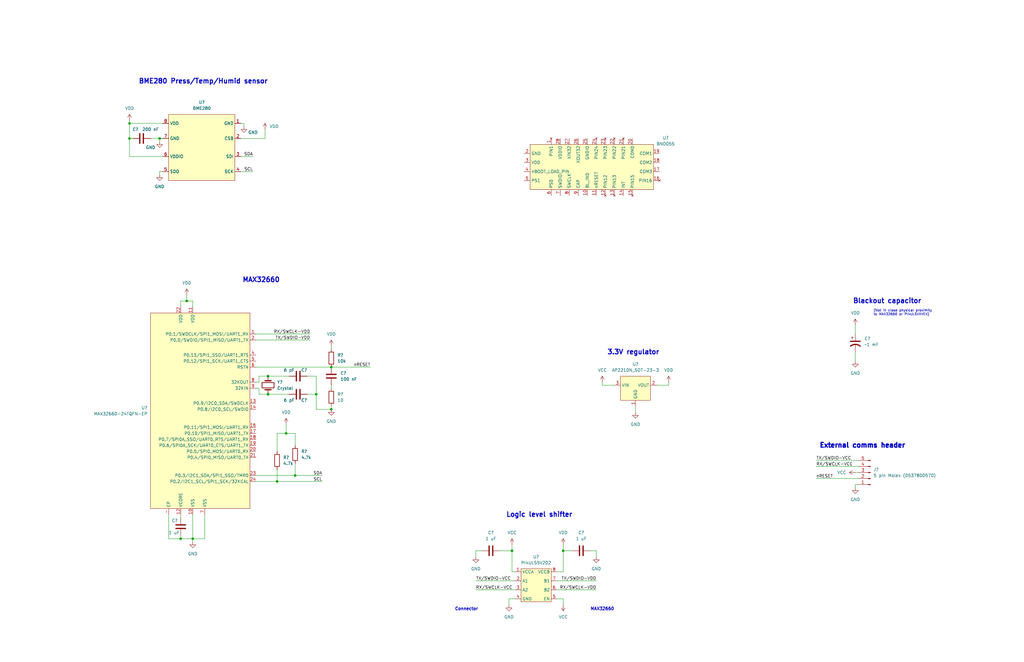
<source format=kicad_sch>
(kicad_sch (version 20211123) (generator eeschema)
  (paper "B")
  (title_block (title "Universal Kinematics Data Aquisition Board") (date "2022-12-03") (rev "1") (company "Lilypad Aerospace") (comment 1 "Public release: No") (comment 2 "Production:") (comment 3 "Approved by: ") (comment 4 "Engineer: Joseph Hayes"))
  (lib_symbols
    (symbol "Connector:Conn_01x05_Male" (pin_names (offset 1.016) hide)
      (property "Reference" "J" (at 0 7.62 0))
      (property "Value" "Conn_01x05_Male" (at 0 -7.62 0))
      (symbol "Conn_01x05_Male_1_1"
        (polyline (pts (xy 1.27 -5.08) (xy 0.8636 -5.08)) (stroke (width 0.1524)))
        (polyline (pts (xy 1.27 -2.54) (xy 0.8636 -2.54)) (stroke (width 0.1524)))
        (polyline (pts (xy 1.27 0) (xy 0.8636 0)) (stroke (width 0.1524)))
        (polyline (pts (xy 1.27 2.54) (xy 0.8636 2.54)) (stroke (width 0.1524)))
        (polyline (pts (xy 1.27 5.08) (xy 0.8636 5.08)) (stroke (width 0.1524)))
        (rectangle (start 0.8636 -4.953) (end 0 -5.207) (stroke (width 0.1524)) (fill (type outline)))
        (rectangle (start 0.8636 -2.413) (end 0 -2.667) (stroke (width 0.1524)) (fill (type outline)))
        (rectangle (start 0.8636 0.127) (end 0 -0.127) (stroke (width 0.1524)) (fill (type outline)))
        (rectangle (start 0.8636 2.667) (end 0 2.413) (stroke (width 0.1524)) (fill (type outline)))
        (rectangle (start 0.8636 5.207) (end 0 4.953) (stroke (width 0.1524)) (fill (type outline)))
        (pin passive line (at 5.08 5.08 180) (length 3.81) (name "Pin_1") (number "1"))
        (pin passive line (at 5.08 2.54 180) (length 3.81) (name "Pin_2") (number "2"))
        (pin passive line (at 5.08 0 180) (length 3.81) (name "Pin_3") (number "3"))
        (pin passive line (at 5.08 -2.54 180) (length 3.81) (name "Pin_4") (number "4"))
        (pin passive line (at 5.08 -5.08 180) (length 3.81) (name "Pin_5") (number "5"))
      )
    )
    (symbol "Device:C" (pin_numbers hide) (pin_names (offset 0.254))
      (property "Reference" "C" (at 0.635 2.54 0))
      (property "Value" "C" (at 0.635 -2.54 0))
      (symbol "C_0_1"
        (polyline (pts (xy -2.032 -0.762) (xy 2.032 -0.762)) (stroke (width 0.508)))
        (polyline (pts (xy -2.032 0.762) (xy 2.032 0.762)) (stroke (width 0.508)))
      )
      (symbol "C_1_1"
        (pin passive line (at 0 3.81 270) (length 2.794) (name "~") (number "1"))
        (pin passive line (at 0 -3.81 90) (length 2.794) (name "~") (number "2"))
      )
    )
    (symbol "Device:C_Polarized_US" (pin_numbers hide) (pin_names (offset 0.254) hide)
      (property "Reference" "C" (at 0.635 2.54 0))
      (property "Value" "C_Polarized_US" (at 0.635 -2.54 0))
      (symbol "C_Polarized_US_0_1"
        (polyline (pts (xy -2.032 0.762) (xy 2.032 0.762)) (stroke (width 0.508)))
        (polyline (pts (xy -1.778 2.286) (xy -0.762 2.286)))
        (polyline (pts (xy -1.27 1.778) (xy -1.27 2.794)))
        (arc (start 2.032 -1.27) (mid 0 -0.5572) (end -2.032 -1.27) (stroke (width 0.508)))
      )
      (symbol "C_Polarized_US_1_1"
        (pin passive line (at 0 3.81 270) (length 2.794) (name "~") (number "1"))
        (pin passive line (at 0 -3.81 90) (length 3.302) (name "~") (number "2"))
      )
    )
    (symbol "Device:Crystal" (pin_numbers hide) (pin_names (offset 1.016) hide)
      (property "Reference" "Y" (at 0 3.81 0))
      (property "Value" "Crystal" (at 0 -3.81 0))
      (symbol "Crystal_0_1"
        (rectangle (start -1.143 2.54) (end 1.143 -2.54) (stroke (width 0.3048)))
        (polyline (pts (xy -2.54 0) (xy -1.905 0)))
        (polyline (pts (xy -1.905 -1.27) (xy -1.905 1.27)) (stroke (width 0.508)))
        (polyline (pts (xy 1.905 -1.27) (xy 1.905 1.27)) (stroke (width 0.508)))
        (polyline (pts (xy 2.54 0) (xy 1.905 0)))
      )
      (symbol "Crystal_1_1"
        (pin passive line (at -3.81 0 0) (length 1.27) (name "1") (number "1"))
        (pin passive line (at 3.81 0 180) (length 1.27) (name "2") (number "2"))
      )
    )
    (symbol "Device:R" (pin_numbers hide) (pin_names (offset 0))
      (property "Reference" "R" (at 2.032 0 90))
      (property "Value" "R" (at 0 0 90))
      (symbol "R_0_1"
        (rectangle (start -1.016 -2.54) (end 1.016 2.54) (stroke (width 0.254)))
      )
      (symbol "R_1_1"
        (pin passive line (at 0 3.81 270) (length 1.27) (name "~") (number "1"))
        (pin passive line (at 0 -3.81 90) (length 1.27) (name "~") (number "2"))
      )
    )
    (symbol "Joseph:AP2210N_SOT-23-3"
      (property "Reference" "U" (at 6.35 -6.35 0))
      (property "Value" "AP2210N_SOT-23-3" (at 0 6.35 0))
      (symbol "AP2210N_SOT-23-3_0_0"
        (pin unspecified line (at 0 -7.62 90) (length 2.54) (name "GND") (number "1"))
        (pin unspecified line (at 8.89 1.27 180) (length 2.54) (name "VOUT") (number "2"))
        (pin unspecified line (at -8.89 1.27 0) (length 2.54) (name "VIN") (number "3"))
      )
      (symbol "AP2210N_SOT-23-3_0_1"
        (rectangle (start -6.35 5.08) (end 6.35 -5.08) (fill (type background)))
      )
    )
    (symbol "Joseph:BME280"
      (property "Reference" "U" (at 11.43 -16.51 0))
      (property "Value" "BME280" (at -8.89 16.51 0))
      (symbol "BME280_0_0"
        (pin power_in line (at 16.51 10.16 180) (length 2.54) (name "GND") (number "1"))
        (pin input line (at 16.51 3.81 180) (length 2.54) (name "CSB") (number "2"))
        (pin input line (at 16.51 -3.81 180) (length 2.54) (name "SDI") (number "3"))
        (pin input line (at 16.51 -10.16 180) (length 2.54) (name "SCK") (number "4"))
        (pin output line (at -16.51 -10.16 0) (length 2.54) (name "SDO") (number "5"))
        (pin power_in line (at -16.51 -3.81 0) (length 2.54) (name "VDDIO") (number "6"))
        (pin power_in line (at -16.51 3.81 0) (length 2.54) (name "GND") (number "7"))
        (pin power_in line (at -16.51 10.16 0) (length 2.54) (name "VDD") (number "8"))
      )
      (symbol "BME280_0_1"
        (rectangle (start -13.97 13.97) (end 13.97 -13.97) (fill (type background)))
      )
    )
    (symbol "Joseph:BNO055"
      (property "Reference" "U" (at 25.4 -12.7 0))
      (property "Value" "BNO055" (at -25.4 11.43 0))
      (symbol "BNO055_0_0"
        (pin no_connect line (at -16.51 11.43 270) (length 2.54) (name "PIN1") (number "1"))
        (pin output line (at -1.27 -12.7 90) (length 2.54) (name "BL_IND") (number "10"))
        (pin free line (at 2.54 -12.7 90) (length 2.54) (name "nRESET") (number "11"))
        (pin no_connect line (at 6.35 -12.7 90) (length 2.54) (name "PIN12") (number "12"))
        (pin no_connect line (at 10.16 -12.7 90) (length 2.54) (name "PIN13") (number "13"))
        (pin output line (at 13.97 -12.7 90) (length 2.54) (name "INT") (number "14"))
        (pin no_connect line (at 17.78 -12.7 90) (length 2.54) (name "PIN15") (number "15"))
        (pin no_connect line (at 29.21 -6.35 180) (length 2.54) (name "PIN16") (number "16"))
        (pin input line (at 29.21 -2.54 180) (length 2.54) (name "COM3") (number "17"))
        (pin bidirectional line (at 29.21 1.27 180) (length 2.54) (name "COM2") (number "18"))
        (pin bidirectional line (at 29.21 5.08 180) (length 2.54) (name "COM1") (number "19"))
        (pin power_in line (at -27.94 5.08 0) (length 2.54) (name "GND") (number "2"))
        (pin bidirectional line (at 17.78 11.43 270) (length 2.54) (name "COM0") (number "20"))
        (pin no_connect line (at 13.97 11.43 270) (length 2.54) (name "PIN21") (number "21"))
        (pin no_connect line (at 10.16 11.43 270) (length 2.54) (name "PIN22") (number "22"))
        (pin no_connect line (at 6.35 11.43 270) (length 2.54) (name "PIN23") (number "23"))
        (pin no_connect line (at 2.54 11.43 270) (length 2.54) (name "PIN24") (number "24"))
        (pin power_in line (at -1.27 11.43 270) (length 2.54) (name "GNDIO") (number "25"))
        (pin output line (at -5.08 11.43 270) (length 2.54) (name "XOUT32") (number "26"))
        (pin input line (at -8.89 11.43 270) (length 2.54) (name "XIN32") (number "27"))
        (pin power_in line (at -12.7 11.43 270) (length 2.54) (name "VDDIO") (number "28"))
        (pin power_in line (at -27.94 1.27 0) (length 2.54) (name "VDD") (number "3"))
        (pin input line (at -27.94 -2.54 0) (length 2.54) (name "nBOOT_LOAD_PIN") (number "4"))
        (pin input line (at -27.94 -6.35 0) (length 2.54) (name "PS1") (number "5"))
        (pin input line (at -16.51 -12.7 90) (length 2.54) (name "PS0") (number "6"))
        (pin bidirectional line (at -12.7 -12.7 90) (length 2.54) (name "SWDIO") (number "7"))
        (pin input line (at -8.89 -12.7 90) (length 2.54) (name "SWCLK") (number "8"))
        (pin free line (at -5.08 -12.7 90) (length 2.54) (name "CAP") (number "9"))
      )
      (symbol "BNO055_0_1"
        (rectangle (start -25.4 8.89) (end 26.67 -10.16) (fill (type background)))
      )
    )
    (symbol "Joseph:MAX32660-24TQFN-EP"
      (property "Reference" "U" (at 15.24 -49.53 0))
      (property "Value" "MAX32660-24TQFN-EP" (at 16.51 -46.99 0))
      (symbol "MAX32660-24TQFN-EP_0_0"
        (pin unspecified line (at -15.24 -46.99 90) (length 2.54) (name "EP") (number "-"))
        (pin unspecified line (at 21.59 29.21 180) (length 2.54) (name "P0.1/SWDCLK/SPI1_MOSI/UART1_RX") (number "1"))
        (pin power_in line (at -5.08 -46.99 90) (length 2.54) (name "VSS") (number "10"))
        (pin power_in line (at -5.08 40.64 270) (length 2.54) (name "VDD") (number "11"))
        (pin power_in line (at -10.16 -46.99 90) (length 2.54) (name "VCORE") (number "12"))
        (pin unspecified line (at 21.59 0 180) (length 2.54) (name "P0.9/I2C0_SDA/SWDCLK") (number "13"))
        (pin unspecified line (at 21.59 -2.54 180) (length 2.54) (name "P0.8/I2C0_SCL/SWDIO") (number "14"))
        (pin unspecified line (at 21.59 -10.16 180) (length 2.54) (name "P0.11/SPI1_MOSI/UART1_RX") (number "16"))
        (pin unspecified line (at 21.59 -12.7 180) (length 2.54) (name "P0.10/SPI1_MISO/UART1_TX") (number "17"))
        (pin unspecified line (at 21.59 -15.24 180) (length 2.54) (name "P0.7/SPI0A_SSO/UART0_RTS/UART1_RX") (number "18"))
        (pin unspecified line (at 21.59 -17.78 180) (length 2.54) (name "P0.6/SPI0A_SCK/UART0_CTS/UART1_TX") (number "19"))
        (pin unspecified line (at 21.59 26.67 180) (length 2.54) (name "P0.0/SWDIO/SPI1_MISO/UART1_TX") (number "2"))
        (pin unspecified line (at 21.59 -20.32 180) (length 2.54) (name "P0.5/SPI0_MOSI/UART0_RX") (number "20"))
        (pin unspecified line (at 21.59 -22.86 180) (length 2.54) (name "P0.4/SPI0_MISO/UART0_TX") (number "21"))
        (pin power_in line (at -10.16 40.64 270) (length 2.54) (name "VDD") (number "22"))
        (pin unspecified line (at 21.59 -30.48 180) (length 2.54) (name "P0.3/I2C1_SDA/SPI1_SSO/TMR0") (number "23"))
        (pin unspecified line (at 21.59 -33.02 180) (length 2.54) (name "P0.2/I2C1_SCL/SPI1_SCK/32KCAL") (number "24"))
        (pin unspecified line (at 21.59 20.32 180) (length 2.54) (name "P0.13/SPI1_SSO/UART1_RTS") (number "4"))
        (pin unspecified line (at 21.59 17.78 180) (length 2.54) (name "P0.12/SPI1_SCK/UART1_CTS") (number "5"))
        (pin unspecified line (at 21.59 15.24 180) (length 2.54) (name "RSTN") (number "6"))
        (pin power_in line (at 0 -46.99 90) (length 2.54) (name "VSS") (number "7"))
        (pin unspecified line (at 21.59 8.89 180) (length 2.54) (name "32KOUT") (number "8"))
        (pin unspecified line (at 21.59 6.35 180) (length 2.54) (name "32KIN") (number "9"))
      )
      (symbol "MAX32660-24TQFN-EP_0_1"
        (rectangle (start -22.86 38.1) (end 19.05 -44.45) (fill (type background)))
      )
    )
    (symbol "Joseph:PI4ULS5V202"
      (property "Reference" "U" (at 0 -8.89 0))
      (property "Value" "PI4ULS5V202" (at 0 8.89 0))
      (symbol "PI4ULS5V202_0_0"
        (pin unspecified line (at -8.89 6.35 0) (length 2.54) (name "VCCA") (number "1"))
        (pin unspecified line (at -8.89 2.54 0) (length 2.54) (name "A1") (number "2"))
        (pin unspecified line (at -8.89 -1.27 0) (length 2.54) (name "A2") (number "3"))
        (pin unspecified line (at -8.89 -5.08 0) (length 2.54) (name "GND") (number "4"))
        (pin unspecified line (at 8.89 -5.08 180) (length 2.54) (name "EN") (number "5"))
        (pin unspecified line (at 8.89 -1.27 180) (length 2.54) (name "B2") (number "6"))
        (pin unspecified line (at 8.89 2.54 180) (length 2.54) (name "B1") (number "7"))
        (pin unspecified line (at 8.89 6.35 180) (length 2.54) (name "VCCB") (number "8"))
      )
      (symbol "PI4ULS5V202_0_1"
        (rectangle (start -6.35 7.62) (end 6.35 -6.35) (fill (type background)))
      )
    )
    (symbol "power:GND" (power) (pin_names (offset 0))
      (property "Value" "GND" (at 0 -3.81 0))
      (symbol "GND_0_1"
        (polyline (pts (xy 0 0) (xy 0 -1.27) (xy 1.27 -1.27) (xy 0 -2.54) (xy -1.27 -1.27) (xy 0 -1.27)))
      )
      (symbol "GND_1_1"
        (pin power_in line (at 0 0 270) (length 0) hide (name "GND") (number "1"))
      )
    )
    (symbol "power:VCC" (power) (pin_names (offset 0))
      (property "Value" "VCC" (at 0 3.81 0))
      (symbol "VCC_0_1"
        (polyline (pts (xy -0.762 1.27) (xy 0 2.54)))
        (polyline (pts (xy 0 0) (xy 0 2.54)))
        (polyline (pts (xy 0 2.54) (xy 0.762 1.27)))
      )
      (symbol "VCC_1_1"
        (pin power_in line (at 0 0 90) (length 0) hide (name "VCC") (number "1"))
      )
    )
    (symbol "power:VDD" (power) (pin_names (offset 0))
      (property "Value" "VDD" (at 0 3.81 0))
      (symbol "VDD_0_1"
        (polyline (pts (xy -0.762 1.27) (xy 0 2.54)))
        (polyline (pts (xy 0 0) (xy 0 2.54)))
        (polyline (pts (xy 0 2.54) (xy 0.762 1.27)))
      )
      (symbol "VDD_1_1"
        (pin power_in line (at 0 0 90) (length 0) hide (name "VDD") (number "1"))
      )
    )
  )
  (junction (at 54.61 58.42))
  (junction (at 120.65 182.88))
  (junction (at 116.84 203.2))
  (junction (at 124.46 200.66))
  (junction (at 113.03 166.37))
  (junction (at 113.03 158.75))
  (junction (at 215.9 232.41))
  (junction (at 76.2 227.33))
  (junction (at 139.7 154.94))
  (junction (at 133.35 166.37))
  (junction (at 81.28 227.33))
  (junction (at 67.31 58.42))
  (junction (at 237.49 232.41))
  (junction (at 54.61 52.07))
  (junction (at 139.7 172.72))
  (junction (at 78.74 127))
  (wire (pts (xy 86.36 227.33) (xy 81.28 227.33)))
  (wire (pts (xy 124.46 195.58) (xy 124.46 200.66)))
  (wire (pts (xy 234.95 241.3) (xy 237.49 241.3)))
  (wire (pts (xy 78.74 127) (xy 78.74 124.46)))
  (wire (pts (xy 276.86 162.56) (xy 281.94 162.56)))
  (wire (pts (xy 344.17 194.31) (xy 361.95 194.31)))
  (wire (pts (xy 67.31 72.39) (xy 67.31 73.66)))
  (wire (pts (xy 101.6 72.39) (xy 106.68 72.39)))
  (wire (pts (xy 71.12 217.17) (xy 71.12 227.33)))
  (wire (pts (xy 360.68 137.16) (xy 360.68 140.97)))
  (wire (pts (xy 360.68 148.59) (xy 360.68 152.4)))
  (wire (pts (xy 248.92 232.41) (xy 251.46 232.41)))
  (wire (pts (xy 81.28 217.17) (xy 81.28 227.33)))
  (wire (pts (xy 133.35 158.75) (xy 133.35 166.37)))
  (wire (pts (xy 129.54 158.75) (xy 133.35 158.75)))
  (wire (pts (xy 139.7 146.05) (xy 139.7 147.32)))
  (wire (pts (xy 234.95 245.11) (xy 251.46 245.11)))
  (wire (pts (xy 102.87 52.07) (xy 102.87 53.34)))
  (wire (pts (xy 111.76 58.42) (xy 111.76 54.61)))
  (wire (pts (xy 81.28 127) (xy 78.74 127)))
  (wire (pts (xy 54.61 52.07) (xy 54.61 50.8)))
  (wire (pts (xy 120.65 182.88) (xy 124.46 182.88)))
  (wire (pts (xy 101.6 52.07) (xy 102.87 52.07)))
  (wire (pts (xy 361.95 204.47) (xy 360.68 204.47)))
  (wire (pts (xy 109.22 163.83) (xy 109.22 166.37)))
  (wire (pts (xy 109.22 166.37) (xy 113.03 166.37)))
  (wire (pts (xy 63.5 58.42) (xy 67.31 58.42)))
  (wire (pts (xy 237.49 229.87) (xy 237.49 232.41)))
  (wire (pts (xy 76.2 127) (xy 78.74 127)))
  (wire (pts (xy 344.17 201.93) (xy 361.95 201.93)))
  (wire (pts (xy 76.2 217.17) (xy 76.2 218.44)))
  (wire (pts (xy 109.22 158.75) (xy 113.03 158.75)))
  (wire (pts (xy 116.84 198.12) (xy 116.84 203.2)))
  (wire (pts (xy 71.12 227.33) (xy 76.2 227.33)))
  (wire (pts (xy 101.6 66.04) (xy 106.68 66.04)))
  (wire (pts (xy 86.36 217.17) (xy 86.36 227.33)))
  (wire (pts (xy 107.95 140.97) (xy 130.81 140.97)))
  (wire (pts (xy 234.95 252.73) (xy 237.49 252.73)))
  (wire (pts (xy 139.7 154.94) (xy 156.21 154.94)))
  (wire (pts (xy 214.63 252.73) (xy 214.63 255.27)))
  (wire (pts (xy 344.17 196.85) (xy 361.95 196.85)))
  (wire (pts (xy 360.68 204.47) (xy 360.68 205.74)))
  (wire (pts (xy 68.58 58.42) (xy 67.31 58.42)))
  (wire (pts (xy 76.2 129.54) (xy 76.2 127)))
  (wire (pts (xy 133.35 166.37) (xy 129.54 166.37)))
  (wire (pts (xy 133.35 172.72) (xy 139.7 172.72)))
  (wire (pts (xy 254 162.56) (xy 254 161.29)))
  (wire (pts (xy 259.08 162.56) (xy 254 162.56)))
  (wire (pts (xy 55.88 58.42) (xy 54.61 58.42)))
  (wire (pts (xy 109.22 161.29) (xy 109.22 158.75)))
  (wire (pts (xy 237.49 232.41) (xy 237.49 241.3)))
  (wire (pts (xy 124.46 200.66) (xy 135.89 200.66)))
  (wire (pts (xy 217.17 241.3) (xy 215.9 241.3)))
  (wire (pts (xy 360.68 199.39) (xy 361.95 199.39)))
  (wire (pts (xy 54.61 66.04) (xy 54.61 58.42)))
  (wire (pts (xy 67.31 58.42) (xy 67.31 59.69)))
  (wire (pts (xy 54.61 52.07) (xy 68.58 52.07)))
  (wire (pts (xy 54.61 58.42) (xy 54.61 52.07)))
  (wire (pts (xy 200.66 232.41) (xy 200.66 234.95)))
  (wire (pts (xy 215.9 232.41) (xy 215.9 229.87)))
  (wire (pts (xy 215.9 241.3) (xy 215.9 232.41)))
  (wire (pts (xy 81.28 227.33) (xy 81.28 228.6)))
  (wire (pts (xy 107.95 163.83) (xy 109.22 163.83)))
  (wire (pts (xy 281.94 162.56) (xy 281.94 161.29)))
  (wire (pts (xy 217.17 252.73) (xy 214.63 252.73)))
  (wire (pts (xy 107.95 200.66) (xy 124.46 200.66)))
  (wire (pts (xy 124.46 182.88) (xy 124.46 187.96)))
  (wire (pts (xy 107.95 203.2) (xy 116.84 203.2)))
  (wire (pts (xy 120.65 179.07) (xy 120.65 182.88)))
  (wire (pts (xy 116.84 190.5) (xy 116.84 182.88)))
  (wire (pts (xy 76.2 226.06) (xy 76.2 227.33)))
  (wire (pts (xy 107.95 143.51) (xy 130.81 143.51)))
  (wire (pts (xy 113.03 158.75) (xy 121.92 158.75)))
  (wire (pts (xy 116.84 203.2) (xy 135.89 203.2)))
  (wire (pts (xy 68.58 72.39) (xy 67.31 72.39)))
  (wire (pts (xy 113.03 166.37) (xy 121.92 166.37)))
  (wire (pts (xy 107.95 154.94) (xy 139.7 154.94)))
  (wire (pts (xy 101.6 58.42) (xy 111.76 58.42)))
  (wire (pts (xy 133.35 166.37) (xy 133.35 172.72)))
  (wire (pts (xy 76.2 227.33) (xy 81.28 227.33)))
  (wire (pts (xy 267.97 171.45) (xy 267.97 173.99)))
  (wire (pts (xy 81.28 129.54) (xy 81.28 127)))
  (wire (pts (xy 139.7 171.45) (xy 139.7 172.72)))
  (wire (pts (xy 251.46 232.41) (xy 251.46 234.95)))
  (wire (pts (xy 237.49 252.73) (xy 237.49 255.27)))
  (wire (pts (xy 237.49 232.41) (xy 241.3 232.41)))
  (wire (pts (xy 116.84 182.88) (xy 120.65 182.88)))
  (wire (pts (xy 139.7 162.56) (xy 139.7 163.83)))
  (wire (pts (xy 203.2 232.41) (xy 200.66 232.41)))
  (wire (pts (xy 107.95 161.29) (xy 109.22 161.29)))
  (wire (pts (xy 210.82 232.41) (xy 215.9 232.41)))
  (wire (pts (xy 234.95 248.92) (xy 251.46 248.92)))
  (wire (pts (xy 200.66 248.92) (xy 217.17 248.92)))
  (wire (pts (xy 200.66 245.11) (xy 217.17 245.11)))
  (wire (pts (xy 68.58 66.04) (xy 54.61 66.04)))
  (text "(Not in close physical proximity \nto MAX32660 or PI4ULSVXVEX)" (at 368.3 133.35 0) (effects (font (size 1 1)) (justify left bottom)))
  (text "MAX32660" (at 248.92 257.81 0) (effects (font (size 1.27 1.27) bold) (justify left bottom)))
  (text "Connector" (at 191.77 257.81 0) (effects (font (size 1.27 1.27) bold) (justify left bottom)))
  (text "BME280 Press/Temp/Humid sensor" (at 113.03 35.56 180) (effects (font (size 2 2) bold) (justify right bottom)))
  (text "External comms header" (at 345.44 189.23 0) (effects (font (size 2 2) (thickness 0.8) bold) (justify left bottom)))
  (text "MAX32660" (at 118.11 119.38 180) (effects (font (size 2 2) (thickness 0.4) bold) (justify right bottom)))
  (text "Logic level shifter" (at 213.36 218.44 0) (effects (font (size 2 2) (thickness 0.4) bold) (justify left bottom)))
  (text "3.3V regulator" (at 278.13 149.86 180) (effects (font (size 2 2) bold) (justify right bottom)))
  (text "Blackout capacitor" (at 388.62 128.27 180) (effects (font (size 2 2) bold) (justify right bottom)))
  (label "nRESET" (at 344.17 201.93 0))
  (label "SDA" (at 106.68 66.04 180))
  (label "RX{slash}SWCLK-VCC" (at 200.66 248.92 0))
  (label "SDA" (at 135.89 200.66 180))
  (label "RX{slash}SWCLK-VCC" (at 344.17 196.85 0))
  (label "SCL" (at 135.89 203.2 180))
  (label "SCL" (at 106.68 72.39 180))
  (label "nRESET" (at 156.21 154.94 180))
  (label "TX{slash}SWDIO-VCC" (at 344.17 194.31 0))
  (label "TX{slash}SWDIO-VDD" (at 251.46 245.11 180))
  (label "TX{slash}SWDIO-VCC" (at 200.66 245.11 0))
  (label "RX{slash}SWCLK-VDD" (at 130.81 140.97 180))
  (label "RX{slash}SWCLK-VDD" (at 251.46 248.92 180))
  (label "TX{slash}SWDIO-VDD" (at 130.81 143.51 180))
  (symbol (lib_id "Device:C") (at 76.2 222.25 0) (unit 1)
    (property "Reference" "C?" (at 72.39 219.71 0) (effects (justify left)))
    (property "Value" "1 uF" (at 71.12 224.79 0) (effects (justify left)))
  )
  (symbol (lib_id "power:GND") (at 360.68 205.74 0) (unit 1)
    (property "Reference" "#PWR?" (effects hide))
    (property "Value" "GND" (at 360.68 210.82 0))
  )
  (symbol (lib_id "power:GND") (at 81.28 228.6 0) (unit 1)
    (property "Reference" "#PWR?" (effects hide))
    (property "Value" "GND" (at 81.28 233.68 0))
  )
  (symbol (lib_id "power:VDD") (at 360.68 137.16 0) (unit 1)
    (property "Reference" "#PWR?" (effects hide))
    (property "Value" "VDD" (at 360.68 132.08 0))
  )
  (symbol (lib_id "Joseph:AP2210N_SOT-23-3") (at 267.97 163.83 0) (unit 1)
    (property "Reference" "U?" (at 267.97 153.67 0))
    (property "Value" "AP2210N_SOT-23-3" (at 267.97 156.21 0))
  )
  (symbol (lib_id "Connector:Conn_01x05_Male") (at 367.03 199.39 180) (unit 1)
    (property "Reference" "J?" (at 368.3 198.1199 0) (effects (justify right)))
    (property "Value" "5 pin Molex (0537800570)" (at 368.3 200.6599 0) (effects (justify right)))
  )
  (symbol (lib_id "Device:C") (at 125.73 166.37 90) (unit 1)
    (property "Reference" "C?" (at 128.27 168.91 90))
    (property "Value" "6 pF" (at 121.92 168.91 90))
  )
  (symbol (lib_id "power:GND") (at 102.87 53.34 0) (unit 1)
    (property "Reference" "#PWR?" (effects hide))
    (property "Value" "GND" (at 106.68 55.88 0))
  )
  (symbol (lib_id "power:VDD") (at 237.49 229.87 0) (unit 1)
    (property "Reference" "#PWR?" (effects hide))
    (property "Value" "VDD" (at 237.49 224.79 0))
  )
  (symbol (lib_id "Device:C") (at 245.11 232.41 90) (unit 1)
    (property "Reference" "C?" (at 245.11 224.79 90))
    (property "Value" "1 uF" (at 245.11 227.33 90))
  )
  (symbol (lib_id "power:GND") (at 139.7 172.72 0) (unit 1)
    (property "Reference" "#PWR?" (effects hide))
    (property "Value" "GND" (at 139.7 177.8 0))
  )
  (symbol (lib_id "Joseph:BNO055") (at 248.92 69.85 0) (unit 1)
    (property "Reference" "U?" (at 280.67 58.1912 0))
    (property "Value" "BNO055" (at 280.67 60.7312 0))
  )
  (symbol (lib_id "power:VCC") (at 237.49 255.27 180) (unit 1)
    (property "Reference" "#PWR?" (effects hide))
    (property "Value" "VCC" (at 237.49 260.35 0))
  )
  (symbol (lib_id "Device:C") (at 125.73 158.75 90) (unit 1)
    (property "Reference" "C?" (at 128.27 156.21 90))
    (property "Value" "6 pF" (at 121.92 156.21 90))
  )
  (symbol (lib_id "power:GND") (at 214.63 255.27 0) (unit 1)
    (property "Reference" "#PWR?" (effects hide))
    (property "Value" "GND" (at 214.63 260.35 0))
  )
  (symbol (lib_id "power:VDD") (at 54.61 50.8 0) (unit 1)
    (property "Reference" "#PWR?" (effects hide))
    (property "Value" "VDD" (at 54.61 45.72 0))
  )
  (symbol (lib_id "Joseph:MAX32660-24TQFN-EP") (at 86.36 170.18 0) (unit 1)
    (property "Reference" "U?" (at 62.23 172.0849 0) (effects (justify right)))
    (property "Value" "MAX32660-24TQFN-EP" (at 62.23 174.6249 0) (effects (justify right)))
  )
  (symbol (lib_id "Device:R") (at 139.7 151.13 0) (unit 1)
    (property "Reference" "R?" (at 142.24 149.8599 0) (effects (justify left)))
    (property "Value" "10k" (at 142.24 152.3999 0) (effects (justify left)))
  )
  (symbol (lib_id "Device:R") (at 139.7 167.64 0) (unit 1)
    (property "Reference" "R?" (at 142.24 166.3699 0) (effects (justify left)))
    (property "Value" "10" (at 142.24 168.9099 0) (effects (justify left)))
  )
  (symbol (lib_id "power:GND") (at 67.31 73.66 0) (unit 1)
    (property "Reference" "#PWR?" (effects hide))
    (property "Value" "GND" (at 67.31 78.74 0))
  )
  (symbol (lib_id "Joseph:PI4ULS5V202") (at 226.06 247.65 0) (unit 1)
    (property "Reference" "U?" (at 226.06 234.95 0))
    (property "Value" "PI4ULS5V202" (at 226.06 237.49 0))
  )
  (symbol (lib_id "Device:C") (at 207.01 232.41 90) (unit 1)
    (property "Reference" "C?" (at 207.01 224.79 90))
    (property "Value" "1 uF" (at 207.01 227.33 90))
  )
  (symbol (lib_id "power:VDD") (at 78.74 124.46 0) (unit 1)
    (property "Reference" "#PWR?" (effects hide))
    (property "Value" "VDD" (at 78.74 119.38 0))
  )
  (symbol (lib_id "power:VCC") (at 254 161.29 0) (unit 1)
    (property "Reference" "#PWR?" (effects hide))
    (property "Value" "VCC" (at 254 156.21 0))
  )
  (symbol (lib_id "power:VDD") (at 281.94 161.29 0) (unit 1)
    (property "Reference" "#PWR?" (effects hide))
    (property "Value" "VDD" (at 281.94 156.21 0))
  )
  (symbol (lib_id "Device:R") (at 124.46 191.77 0) (unit 1)
    (property "Reference" "R?" (at 127 190.4999 0) (effects (justify left)))
    (property "Value" "4.7k" (at 127 193.0399 0) (effects (justify left)))
  )
  (symbol (lib_id "power:GND") (at 360.68 152.4 0) (unit 1)
    (property "Reference" "#PWR?" (effects hide))
    (property "Value" "GND" (at 360.68 157.48 0))
  )
  (symbol (lib_id "power:GND") (at 200.66 234.95 0) (unit 1)
    (property "Reference" "#PWR?" (effects hide))
    (property "Value" "GND" (at 200.66 240.03 0))
  )
  (symbol (lib_id "Device:C_Polarized_US") (at 360.68 144.78 0) (unit 1)
    (property "Reference" "C?" (at 364.49 142.8749 0) (effects (justify left)))
    (property "Value" "~1 mF" (at 364.49 145.4149 0) (effects (justify left)))
  )
  (symbol (lib_id "power:VCC") (at 215.9 229.87 0) (unit 1)
    (property "Reference" "#PWR?" (effects hide))
    (property "Value" "VCC" (at 215.9 224.79 0))
  )
  (symbol (lib_id "power:GND") (at 251.46 234.95 0) (unit 1)
    (property "Reference" "#PWR?" (effects hide))
    (property "Value" "GND" (at 251.46 240.03 0))
  )
  (symbol (lib_id "Device:C") (at 59.69 58.42 90) (unit 1)
    (property "Reference" "C?" (at 57.15 54.61 90))
    (property "Value" "200 nF" (at 63.5 54.61 90))
  )
  (symbol (lib_id "Device:R") (at 116.84 194.31 0) (unit 1)
    (property "Reference" "R?" (at 119.38 193.0399 0) (effects (justify left)))
    (property "Value" "4.7k" (at 119.38 195.5799 0) (effects (justify left)))
  )
  (symbol (lib_id "Joseph:BME280") (at 85.09 62.23 0) (unit 1)
    (property "Reference" "U?" (at 85.09 43.18 0))
    (property "Value" "BME280" (at 85.09 45.72 0))
  )
  (symbol (lib_id "power:GND") (at 267.97 173.99 0) (unit 1)
    (property "Reference" "#PWR?" (effects hide))
    (property "Value" "GND" (at 267.97 179.07 0))
  )
  (symbol (lib_id "power:GND") (at 67.31 59.69 0) (unit 1)
    (property "Reference" "#PWR?" (effects hide))
    (property "Value" "GND" (at 63.5 62.23 0))
  )
  (symbol (lib_id "Device:Crystal") (at 113.03 162.56 90) (unit 1)
    (property "Reference" "Y?" (at 116.84 161.2899 90) (effects (justify right)))
    (property "Value" "Crystal" (at 116.84 163.8299 90) (effects (justify right)))
  )
  (symbol (lib_id "power:VCC") (at 360.68 199.39 90) (unit 1)
    (property "Reference" "#PWR?" (effects hide))
    (property "Value" "VCC" (at 356.87 199.3899 90) (effects (justify left)))
  )
  (symbol (lib_id "power:VDD") (at 120.65 179.07 0) (unit 1)
    (property "Reference" "#PWR?" (effects hide))
    (property "Value" "VDD" (at 120.65 173.99 0))
  )
  (symbol (lib_id "power:VDD") (at 111.76 54.61 0) (unit 1)
    (property "Reference" "#PWR?" (effects hide))
    (property "Value" "VDD" (at 115.57 53.34 0))
  )
  (symbol (lib_id "power:VDD") (at 139.7 146.05 0) (unit 1)
    (property "Reference" "#PWR?" (effects hide))
    (property "Value" "VDD" (at 139.7 140.97 0))
  )
  (symbol (lib_id "Device:C") (at 139.7 158.75 0) (unit 1)
    (property "Reference" "C?" (at 143.51 157.4799 0) (effects (justify left)))
    (property "Value" "100 nF" (at 143.51 160.0199 0) (effects (justify left)))
  )
)
</source>
